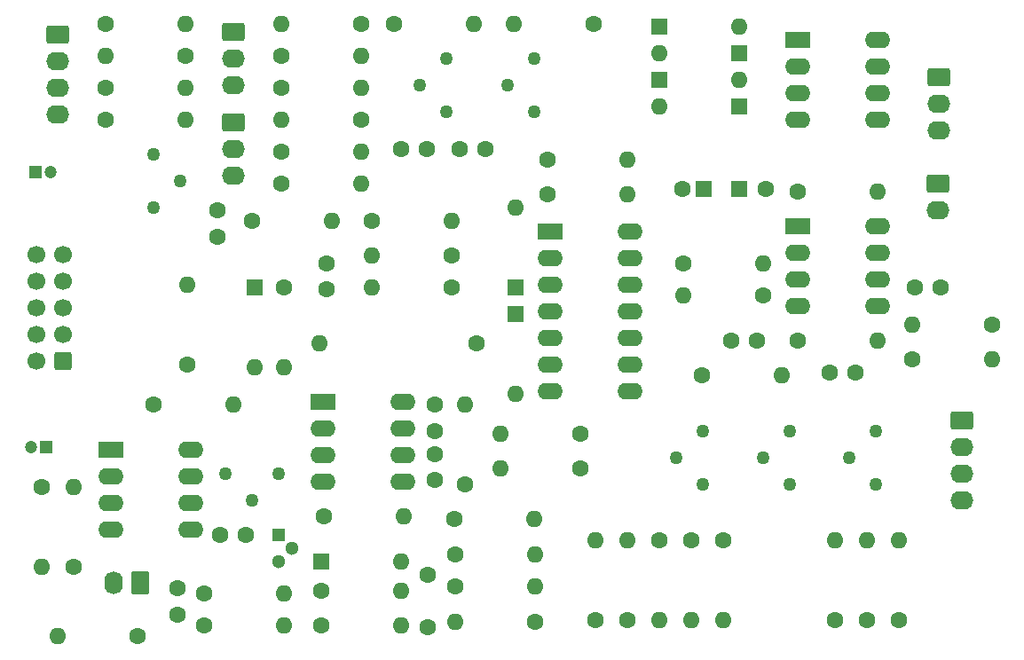
<source format=gbs>
%TF.GenerationSoftware,KiCad,Pcbnew,6.0.8-f2edbf62ab~116~ubuntu22.04.1*%
%TF.CreationDate,2024-04-04T17:44:11-04:00*%
%TF.ProjectId,MFOS_VCO,4d464f53-5f56-4434-9f2e-6b696361645f,rev?*%
%TF.SameCoordinates,Original*%
%TF.FileFunction,Soldermask,Bot*%
%TF.FilePolarity,Negative*%
%FSLAX46Y46*%
G04 Gerber Fmt 4.6, Leading zero omitted, Abs format (unit mm)*
G04 Created by KiCad (PCBNEW 6.0.8-f2edbf62ab~116~ubuntu22.04.1) date 2024-04-04 17:44:11*
%MOMM*%
%LPD*%
G01*
G04 APERTURE LIST*
G04 Aperture macros list*
%AMRoundRect*
0 Rectangle with rounded corners*
0 $1 Rounding radius*
0 $2 $3 $4 $5 $6 $7 $8 $9 X,Y pos of 4 corners*
0 Add a 4 corners polygon primitive as box body*
4,1,4,$2,$3,$4,$5,$6,$7,$8,$9,$2,$3,0*
0 Add four circle primitives for the rounded corners*
1,1,$1+$1,$2,$3*
1,1,$1+$1,$4,$5*
1,1,$1+$1,$6,$7*
1,1,$1+$1,$8,$9*
0 Add four rect primitives between the rounded corners*
20,1,$1+$1,$2,$3,$4,$5,0*
20,1,$1+$1,$4,$5,$6,$7,0*
20,1,$1+$1,$6,$7,$8,$9,0*
20,1,$1+$1,$8,$9,$2,$3,0*%
G04 Aperture macros list end*
%ADD10R,1.300000X1.300000*%
%ADD11C,1.300000*%
%ADD12RoundRect,0.250000X-0.845000X0.620000X-0.845000X-0.620000X0.845000X-0.620000X0.845000X0.620000X0*%
%ADD13O,2.190000X1.740000*%
%ADD14C,1.600000*%
%ADD15O,1.600000X1.600000*%
%ADD16R,2.400000X1.600000*%
%ADD17O,2.400000X1.600000*%
%ADD18R,1.600000X1.600000*%
%ADD19C,1.260000*%
%ADD20RoundRect,0.250000X0.620000X0.845000X-0.620000X0.845000X-0.620000X-0.845000X0.620000X-0.845000X0*%
%ADD21O,1.740000X2.190000*%
%ADD22R,1.200000X1.200000*%
%ADD23C,1.200000*%
%ADD24RoundRect,0.250000X0.600000X0.600000X-0.600000X0.600000X-0.600000X-0.600000X0.600000X-0.600000X0*%
%ADD25C,1.700000*%
G04 APERTURE END LIST*
D10*
%TO.C,Q1*%
X127508000Y-116078000D03*
D11*
X128778000Y-117348000D03*
X127508000Y-118618000D03*
%TD*%
D12*
%TO.C,J27*%
X190500000Y-72390000D03*
D13*
X190500000Y-74930000D03*
X190500000Y-77470000D03*
%TD*%
D12*
%TO.C,J26*%
X123190000Y-76708000D03*
D13*
X123190000Y-79248000D03*
X123190000Y-81788000D03*
%TD*%
D12*
%TO.C,J24*%
X123190000Y-68087000D03*
D13*
X123190000Y-70627000D03*
X123190000Y-73167000D03*
%TD*%
D14*
%TO.C,C15*%
X188234000Y-92456000D03*
X190734000Y-92456000D03*
%TD*%
%TO.C,R71*%
X135382000Y-76454000D03*
D15*
X127762000Y-76454000D03*
%TD*%
D16*
%TO.C,U4*%
X153426000Y-87112000D03*
D17*
X153426000Y-89652000D03*
X153426000Y-92192000D03*
X153426000Y-94732000D03*
X153426000Y-97272000D03*
X153426000Y-99812000D03*
X153426000Y-102352000D03*
X161046000Y-102352000D03*
X161046000Y-99812000D03*
X161046000Y-97272000D03*
X161046000Y-94732000D03*
X161046000Y-92192000D03*
X161046000Y-89652000D03*
X161046000Y-87112000D03*
%TD*%
D14*
%TO.C,R32*%
X156337000Y-106426000D03*
D15*
X148717000Y-106426000D03*
%TD*%
D14*
%TO.C,R26*%
X156337000Y-109728000D03*
D15*
X148717000Y-109728000D03*
%TD*%
D14*
%TO.C,R31*%
X114046000Y-125730000D03*
D15*
X106426000Y-125730000D03*
%TD*%
D14*
%TO.C,R67*%
X173736000Y-93218000D03*
D15*
X166116000Y-93218000D03*
%TD*%
D14*
%TO.C,C19*%
X121666000Y-87630000D03*
X121666000Y-85130000D03*
%TD*%
%TO.C,R66*%
X120396000Y-124714000D03*
D15*
X128016000Y-124714000D03*
%TD*%
D14*
%TO.C,R25*%
X153162000Y-80259000D03*
D15*
X160782000Y-80259000D03*
%TD*%
D14*
%TO.C,R30*%
X107950000Y-119126000D03*
D15*
X107950000Y-111506000D03*
%TD*%
D14*
%TO.C,R61*%
X166878000Y-116586000D03*
D15*
X166878000Y-124206000D03*
%TD*%
D18*
%TO.C,D2*%
X150114000Y-92451000D03*
D15*
X150114000Y-84831000D03*
%TD*%
D19*
%TO.C,R60*%
X184550000Y-111250000D03*
X182010000Y-108710000D03*
X184550000Y-106170000D03*
%TD*%
D18*
%TO.C,C12*%
X168087113Y-83058000D03*
D14*
X166087113Y-83058000D03*
%TD*%
%TO.C,R69*%
X145350000Y-111252000D03*
D15*
X145350000Y-103632000D03*
%TD*%
D16*
%TO.C,U2*%
X131816000Y-103388000D03*
D17*
X131816000Y-105928000D03*
X131816000Y-108468000D03*
X131816000Y-111008000D03*
X139436000Y-111008000D03*
X139436000Y-108468000D03*
X139436000Y-105928000D03*
X139436000Y-103388000D03*
%TD*%
D20*
%TO.C,J13*%
X114300000Y-120630000D03*
D21*
X111760000Y-120630000D03*
%TD*%
D18*
%TO.C,D4*%
X171450000Y-75184000D03*
D15*
X163830000Y-75184000D03*
%TD*%
D14*
%TO.C,C2*%
X144807500Y-79248000D03*
X147307500Y-79248000D03*
%TD*%
%TO.C,R21*%
X144375000Y-117950000D03*
D15*
X151995000Y-117950000D03*
%TD*%
D18*
%TO.C,D1*%
X125222000Y-92456000D03*
D15*
X125222000Y-100076000D03*
%TD*%
D14*
%TO.C,R40*%
X166116000Y-90170000D03*
D15*
X173736000Y-90170000D03*
%TD*%
D14*
%TO.C,C14*%
X141800000Y-119875000D03*
X141800000Y-124875000D03*
%TD*%
D18*
%TO.C,D6*%
X171450000Y-70104000D03*
D15*
X163830000Y-70104000D03*
%TD*%
D14*
%TO.C,C1*%
X139212000Y-79248000D03*
X141712000Y-79248000D03*
%TD*%
D16*
%TO.C,U7*%
X177048000Y-86624000D03*
D17*
X177048000Y-89164000D03*
X177048000Y-91704000D03*
X177048000Y-94244000D03*
X184668000Y-94244000D03*
X184668000Y-91704000D03*
X184668000Y-89164000D03*
X184668000Y-86624000D03*
%TD*%
D14*
%TO.C,R35*%
X177038000Y-83312000D03*
D15*
X184658000Y-83312000D03*
%TD*%
D14*
%TO.C,R8*%
X127762000Y-70358000D03*
D15*
X135382000Y-70358000D03*
%TD*%
D16*
%TO.C,U6*%
X177048000Y-68844000D03*
D17*
X177048000Y-71384000D03*
X177048000Y-73924000D03*
X177048000Y-76464000D03*
X184668000Y-76464000D03*
X184668000Y-73924000D03*
X184668000Y-71384000D03*
X184668000Y-68844000D03*
%TD*%
D14*
%TO.C,R36*%
X187960000Y-99314000D03*
D15*
X195580000Y-99314000D03*
%TD*%
D19*
%TO.C,R5*%
X143510000Y-75677000D03*
X140970000Y-73137000D03*
X143510000Y-70597000D03*
%TD*%
D14*
%TO.C,C5*%
X117856000Y-123698000D03*
X117856000Y-121198000D03*
%TD*%
%TO.C,R47*%
X144018000Y-89408000D03*
D15*
X136398000Y-89408000D03*
%TD*%
D14*
%TO.C,R28*%
X104902000Y-111506000D03*
D15*
X104902000Y-119126000D03*
%TD*%
D14*
%TO.C,R42*%
X131826000Y-114300000D03*
D15*
X139446000Y-114300000D03*
%TD*%
D12*
%TO.C,J15*%
X192766000Y-105156000D03*
D13*
X192766000Y-107696000D03*
X192766000Y-110236000D03*
X192766000Y-112776000D03*
%TD*%
D14*
%TO.C,R23*%
X110998000Y-73406000D03*
D15*
X118618000Y-73406000D03*
%TD*%
D14*
%TO.C,R51*%
X169926000Y-116586000D03*
D15*
X169926000Y-124206000D03*
%TD*%
D12*
%TO.C,J12*%
X106426000Y-68326000D03*
D13*
X106426000Y-70866000D03*
X106426000Y-73406000D03*
X106426000Y-75946000D03*
%TD*%
D19*
%TO.C,R59*%
X168025000Y-111237000D03*
X165485000Y-108697000D03*
X168025000Y-106157000D03*
%TD*%
D14*
%TO.C,R68*%
X177038000Y-97536000D03*
D15*
X184658000Y-97536000D03*
%TD*%
D14*
%TO.C,C16*%
X173188000Y-97536000D03*
X170688000Y-97536000D03*
%TD*%
%TO.C,R18*%
X118618000Y-70358000D03*
D15*
X110998000Y-70358000D03*
%TD*%
D14*
%TO.C,C6*%
X146438000Y-97790000D03*
D15*
X131438000Y-97790000D03*
%TD*%
D19*
%TO.C,R11*%
X127508000Y-110236000D03*
X124968000Y-112776000D03*
X122428000Y-110236000D03*
%TD*%
D14*
%TO.C,R17*%
X115570000Y-103632000D03*
D15*
X123190000Y-103632000D03*
%TD*%
D14*
%TO.C,R12*%
X136398000Y-86106000D03*
D15*
X144018000Y-86106000D03*
%TD*%
D14*
%TO.C,C4*%
X180106000Y-100584000D03*
X182606000Y-100584000D03*
%TD*%
D18*
%TO.C,D3*%
X150114000Y-94991000D03*
D15*
X150114000Y-102611000D03*
%TD*%
D22*
%TO.C,C7*%
X104302401Y-81425000D03*
D23*
X105802401Y-81425000D03*
%TD*%
D14*
%TO.C,R53*%
X180594000Y-124206000D03*
D15*
X180594000Y-116586000D03*
%TD*%
D14*
%TO.C,R15*%
X110998000Y-67310000D03*
D15*
X118618000Y-67310000D03*
%TD*%
D14*
%TO.C,R46*%
X144018000Y-92456000D03*
D15*
X136398000Y-92456000D03*
%TD*%
D14*
%TO.C,R41*%
X195580000Y-96012000D03*
D15*
X187960000Y-96012000D03*
%TD*%
D14*
%TO.C,R34*%
X120396000Y-121666000D03*
D15*
X128016000Y-121666000D03*
%TD*%
D24*
%TO.C,J1*%
X107000000Y-99540000D03*
D25*
X104460000Y-99540000D03*
X107000000Y-97000000D03*
X104460000Y-97000000D03*
X107000000Y-94460000D03*
X104460000Y-94460000D03*
X107000000Y-91920000D03*
X104460000Y-91920000D03*
X107000000Y-89380000D03*
X104460000Y-89380000D03*
%TD*%
D14*
%TO.C,R24*%
X118857000Y-99822000D03*
D15*
X118857000Y-92202000D03*
%TD*%
D14*
%TO.C,R14*%
X144400000Y-121025000D03*
D15*
X152020000Y-121025000D03*
%TD*%
D18*
%TO.C,C13*%
X171514888Y-83058000D03*
D14*
X174014888Y-83058000D03*
%TD*%
%TO.C,R9*%
X128016000Y-92456000D03*
D15*
X128016000Y-100076000D03*
%TD*%
D14*
%TO.C,R20*%
X153162000Y-83561000D03*
D15*
X160782000Y-83561000D03*
%TD*%
D14*
%TO.C,R6*%
X138564500Y-67325000D03*
D15*
X146184500Y-67325000D03*
%TD*%
D14*
%TO.C,R50*%
X131582000Y-121422000D03*
D15*
X139202000Y-121422000D03*
%TD*%
D14*
%TO.C,R1*%
X157614500Y-67325000D03*
D15*
X149994500Y-67325000D03*
%TD*%
D14*
%TO.C,R19*%
X124968000Y-86106000D03*
D15*
X132588000Y-86106000D03*
%TD*%
D14*
%TO.C,R13*%
X144272000Y-114554000D03*
D15*
X151892000Y-114554000D03*
%TD*%
D19*
%TO.C,R16*%
X115570000Y-79756000D03*
X118110000Y-82296000D03*
X115570000Y-84836000D03*
%TD*%
D12*
%TO.C,J14*%
X190480000Y-82550000D03*
D13*
X190480000Y-85090000D03*
%TD*%
D14*
%TO.C,C17*%
X142450000Y-110850000D03*
X142450000Y-108350000D03*
%TD*%
%TO.C,C3*%
X121920000Y-116078000D03*
X124420000Y-116078000D03*
%TD*%
D18*
%TO.C,D8*%
X131582000Y-118628000D03*
D15*
X139202000Y-118628000D03*
%TD*%
D18*
%TO.C,D5*%
X163830000Y-67570000D03*
D15*
X171450000Y-67570000D03*
%TD*%
D14*
%TO.C,R29*%
X167894000Y-100838000D03*
D15*
X175514000Y-100838000D03*
%TD*%
D19*
%TO.C,R7*%
X151892000Y-75677000D03*
X149352000Y-73137000D03*
X151892000Y-70597000D03*
%TD*%
D14*
%TO.C,C8*%
X132080000Y-90150000D03*
X132080000Y-92650000D03*
%TD*%
%TO.C,R48*%
X163830000Y-116586000D03*
D15*
X163830000Y-124206000D03*
%TD*%
D14*
%TO.C,R65*%
X127762000Y-82550000D03*
D15*
X135382000Y-82550000D03*
%TD*%
D19*
%TO.C,R64*%
X176276000Y-111252000D03*
X173736000Y-108712000D03*
X176276000Y-106172000D03*
%TD*%
D14*
%TO.C,R22*%
X152010000Y-124350000D03*
D15*
X144390000Y-124350000D03*
%TD*%
D14*
%TO.C,R44*%
X160782000Y-124206000D03*
D15*
X160782000Y-116586000D03*
%TD*%
D14*
%TO.C,R10*%
X127762000Y-79502000D03*
D15*
X135382000Y-79502000D03*
%TD*%
D16*
%TO.C,U1*%
X111506000Y-107950000D03*
D17*
X111506000Y-110490000D03*
X111506000Y-113030000D03*
X111506000Y-115570000D03*
X119126000Y-115570000D03*
X119126000Y-113030000D03*
X119126000Y-110490000D03*
X119126000Y-107950000D03*
%TD*%
D14*
%TO.C,R57*%
X127762000Y-73406000D03*
D15*
X135382000Y-73406000D03*
%TD*%
D18*
%TO.C,D7*%
X163830000Y-72644000D03*
D15*
X171450000Y-72644000D03*
%TD*%
D14*
%TO.C,R45*%
X157734000Y-124206000D03*
D15*
X157734000Y-116586000D03*
%TD*%
D22*
%TO.C,C10*%
X105386000Y-107696000D03*
D23*
X103886000Y-107696000D03*
%TD*%
D14*
%TO.C,C18*%
X142450000Y-106175000D03*
X142450000Y-103675000D03*
%TD*%
%TO.C,R27*%
X110998000Y-76454000D03*
D15*
X118618000Y-76454000D03*
%TD*%
D14*
%TO.C,R52*%
X183642000Y-124206000D03*
D15*
X183642000Y-116586000D03*
%TD*%
D14*
%TO.C,R49*%
X186690000Y-124206000D03*
D15*
X186690000Y-116586000D03*
%TD*%
D14*
%TO.C,R70*%
X131582000Y-124724000D03*
D15*
X139202000Y-124724000D03*
%TD*%
D14*
%TO.C,R56*%
X135382000Y-67310000D03*
D15*
X127762000Y-67310000D03*
%TD*%
M02*

</source>
